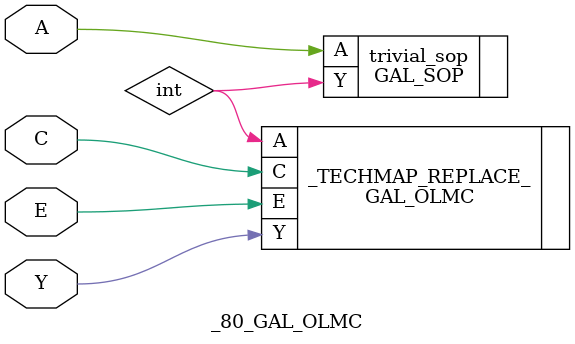
<source format=v>
(* techmap_celltype = "GAL_OLMC" *)
module _80_GAL_OLMC (C, E, A, Y);
	parameter REGISTERED = 0;
	parameter INVERTED = 0;

	input C, E, A;
	inout Y;

	wire int;

	generate
		GAL_OLMC #(
			.REGISTERED(REGISTERED),
			.INVERTED(INVERTED)
		) _TECHMAP_REPLACE_ (
			.C(C),
			.E(E),
			.A(int),
			.Y(Y)
		);

		GAL_SOP #(
			.WIDTH(1),
			.DEPTH(1),
			.TABLE(10)
		) trivial_sop (
			.A(A),
			.Y(int),
		);
	endgenerate
endmodule

</source>
